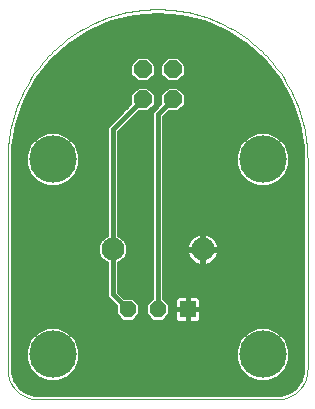
<source format=gbl>
G75*
%MOIN*%
%OFA0B0*%
%FSLAX25Y25*%
%IPPOS*%
%LPD*%
%AMOC8*
5,1,8,0,0,1.08239X$1,22.5*
%
%ADD10OC8,0.06000*%
%ADD11OC8,0.05600*%
%ADD12R,0.05600X0.05600*%
%ADD13C,0.00000*%
%ADD14C,0.15811*%
%ADD15C,0.07600*%
%ADD16C,0.01600*%
D10*
X0051800Y0124006D03*
X0051800Y0134006D03*
X0061800Y0134006D03*
X0061800Y0124006D03*
D11*
X0056800Y0054006D03*
X0046800Y0054006D03*
D12*
X0066800Y0054006D03*
D13*
X0096800Y0024006D02*
X0016800Y0024006D01*
X0016558Y0024009D01*
X0016317Y0024018D01*
X0016076Y0024032D01*
X0015835Y0024053D01*
X0015595Y0024079D01*
X0015355Y0024111D01*
X0015116Y0024149D01*
X0014879Y0024192D01*
X0014642Y0024242D01*
X0014407Y0024297D01*
X0014173Y0024357D01*
X0013941Y0024424D01*
X0013710Y0024495D01*
X0013481Y0024573D01*
X0013254Y0024656D01*
X0013029Y0024744D01*
X0012806Y0024838D01*
X0012586Y0024937D01*
X0012368Y0025042D01*
X0012153Y0025151D01*
X0011940Y0025266D01*
X0011730Y0025386D01*
X0011524Y0025511D01*
X0011320Y0025641D01*
X0011119Y0025776D01*
X0010922Y0025916D01*
X0010728Y0026060D01*
X0010538Y0026209D01*
X0010352Y0026363D01*
X0010169Y0026521D01*
X0009990Y0026683D01*
X0009815Y0026850D01*
X0009644Y0027021D01*
X0009477Y0027196D01*
X0009315Y0027375D01*
X0009157Y0027558D01*
X0009003Y0027744D01*
X0008854Y0027934D01*
X0008710Y0028128D01*
X0008570Y0028325D01*
X0008435Y0028526D01*
X0008305Y0028730D01*
X0008180Y0028936D01*
X0008060Y0029146D01*
X0007945Y0029359D01*
X0007836Y0029574D01*
X0007731Y0029792D01*
X0007632Y0030012D01*
X0007538Y0030235D01*
X0007450Y0030460D01*
X0007367Y0030687D01*
X0007289Y0030916D01*
X0007218Y0031147D01*
X0007151Y0031379D01*
X0007091Y0031613D01*
X0007036Y0031848D01*
X0006986Y0032085D01*
X0006943Y0032322D01*
X0006905Y0032561D01*
X0006873Y0032801D01*
X0006847Y0033041D01*
X0006826Y0033282D01*
X0006812Y0033523D01*
X0006803Y0033764D01*
X0006800Y0034006D01*
X0006800Y0104006D01*
X0006815Y0105224D01*
X0006859Y0106440D01*
X0006933Y0107656D01*
X0007037Y0108869D01*
X0007170Y0110079D01*
X0007333Y0111286D01*
X0007525Y0112488D01*
X0007746Y0113686D01*
X0007996Y0114878D01*
X0008275Y0116063D01*
X0008583Y0117241D01*
X0008920Y0118411D01*
X0009285Y0119573D01*
X0009678Y0120725D01*
X0010099Y0121868D01*
X0010548Y0122999D01*
X0011024Y0124120D01*
X0011528Y0125229D01*
X0012058Y0126325D01*
X0012615Y0127408D01*
X0013198Y0128477D01*
X0013806Y0129531D01*
X0014441Y0130571D01*
X0015100Y0131594D01*
X0015784Y0132602D01*
X0016493Y0133592D01*
X0017225Y0134565D01*
X0017981Y0135519D01*
X0018760Y0136455D01*
X0019561Y0137372D01*
X0020385Y0138269D01*
X0021230Y0139145D01*
X0022096Y0140001D01*
X0022983Y0140836D01*
X0023890Y0141648D01*
X0024816Y0142438D01*
X0025762Y0143206D01*
X0026725Y0143950D01*
X0027707Y0144670D01*
X0028706Y0145367D01*
X0029721Y0146039D01*
X0030753Y0146686D01*
X0031800Y0147307D01*
X0032862Y0147903D01*
X0033938Y0148473D01*
X0035027Y0149017D01*
X0036130Y0149533D01*
X0037245Y0150023D01*
X0038371Y0150486D01*
X0039508Y0150921D01*
X0040656Y0151328D01*
X0041813Y0151707D01*
X0042979Y0152058D01*
X0044153Y0152380D01*
X0045335Y0152674D01*
X0046524Y0152939D01*
X0047718Y0153174D01*
X0048918Y0153381D01*
X0050123Y0153558D01*
X0051331Y0153706D01*
X0052543Y0153824D01*
X0053758Y0153913D01*
X0054974Y0153973D01*
X0056191Y0154002D01*
X0057409Y0154002D01*
X0058626Y0153973D01*
X0059842Y0153913D01*
X0061057Y0153824D01*
X0062269Y0153706D01*
X0063477Y0153558D01*
X0064682Y0153381D01*
X0065882Y0153174D01*
X0067076Y0152939D01*
X0068265Y0152674D01*
X0069447Y0152380D01*
X0070621Y0152058D01*
X0071787Y0151707D01*
X0072944Y0151328D01*
X0074092Y0150921D01*
X0075229Y0150486D01*
X0076355Y0150023D01*
X0077470Y0149533D01*
X0078573Y0149017D01*
X0079662Y0148473D01*
X0080738Y0147903D01*
X0081800Y0147307D01*
X0082847Y0146686D01*
X0083879Y0146039D01*
X0084894Y0145367D01*
X0085893Y0144670D01*
X0086875Y0143950D01*
X0087838Y0143206D01*
X0088784Y0142438D01*
X0089710Y0141648D01*
X0090617Y0140836D01*
X0091504Y0140001D01*
X0092370Y0139145D01*
X0093215Y0138269D01*
X0094039Y0137372D01*
X0094840Y0136455D01*
X0095619Y0135519D01*
X0096375Y0134565D01*
X0097107Y0133592D01*
X0097816Y0132602D01*
X0098500Y0131594D01*
X0099159Y0130571D01*
X0099794Y0129531D01*
X0100402Y0128477D01*
X0100985Y0127408D01*
X0101542Y0126325D01*
X0102072Y0125229D01*
X0102576Y0124120D01*
X0103052Y0122999D01*
X0103501Y0121868D01*
X0103922Y0120725D01*
X0104315Y0119573D01*
X0104680Y0118411D01*
X0105017Y0117241D01*
X0105325Y0116063D01*
X0105604Y0114878D01*
X0105854Y0113686D01*
X0106075Y0112488D01*
X0106267Y0111286D01*
X0106430Y0110079D01*
X0106563Y0108869D01*
X0106667Y0107656D01*
X0106741Y0106440D01*
X0106785Y0105224D01*
X0106800Y0104006D01*
X0106800Y0034006D01*
X0106797Y0033764D01*
X0106788Y0033523D01*
X0106774Y0033282D01*
X0106753Y0033041D01*
X0106727Y0032801D01*
X0106695Y0032561D01*
X0106657Y0032322D01*
X0106614Y0032085D01*
X0106564Y0031848D01*
X0106509Y0031613D01*
X0106449Y0031379D01*
X0106382Y0031147D01*
X0106311Y0030916D01*
X0106233Y0030687D01*
X0106150Y0030460D01*
X0106062Y0030235D01*
X0105968Y0030012D01*
X0105869Y0029792D01*
X0105764Y0029574D01*
X0105655Y0029359D01*
X0105540Y0029146D01*
X0105420Y0028936D01*
X0105295Y0028730D01*
X0105165Y0028526D01*
X0105030Y0028325D01*
X0104890Y0028128D01*
X0104746Y0027934D01*
X0104597Y0027744D01*
X0104443Y0027558D01*
X0104285Y0027375D01*
X0104123Y0027196D01*
X0103956Y0027021D01*
X0103785Y0026850D01*
X0103610Y0026683D01*
X0103431Y0026521D01*
X0103248Y0026363D01*
X0103062Y0026209D01*
X0102872Y0026060D01*
X0102678Y0025916D01*
X0102481Y0025776D01*
X0102280Y0025641D01*
X0102076Y0025511D01*
X0101870Y0025386D01*
X0101660Y0025266D01*
X0101447Y0025151D01*
X0101232Y0025042D01*
X0101014Y0024937D01*
X0100794Y0024838D01*
X0100571Y0024744D01*
X0100346Y0024656D01*
X0100119Y0024573D01*
X0099890Y0024495D01*
X0099659Y0024424D01*
X0099427Y0024357D01*
X0099193Y0024297D01*
X0098958Y0024242D01*
X0098721Y0024192D01*
X0098484Y0024149D01*
X0098245Y0024111D01*
X0098005Y0024079D01*
X0097765Y0024053D01*
X0097524Y0024032D01*
X0097283Y0024018D01*
X0097042Y0024009D01*
X0096800Y0024006D01*
D14*
X0091800Y0039006D03*
X0091800Y0104006D03*
X0021800Y0104006D03*
X0021800Y0039006D03*
D15*
X0041800Y0074006D03*
X0071800Y0074006D03*
D16*
X0071886Y0074092D02*
X0077400Y0074092D01*
X0077400Y0074447D01*
X0077262Y0075317D01*
X0076990Y0076156D01*
X0076590Y0076941D01*
X0076071Y0077654D01*
X0075448Y0078277D01*
X0074735Y0078795D01*
X0073950Y0079196D01*
X0073111Y0079468D01*
X0072241Y0079606D01*
X0071886Y0079606D01*
X0071886Y0074092D01*
X0071714Y0074092D01*
X0071714Y0079606D01*
X0071359Y0079606D01*
X0070489Y0079468D01*
X0069650Y0079196D01*
X0068865Y0078795D01*
X0068152Y0078277D01*
X0067529Y0077654D01*
X0067010Y0076941D01*
X0066610Y0076156D01*
X0066338Y0075317D01*
X0066200Y0074447D01*
X0066200Y0074092D01*
X0071714Y0074092D01*
X0071714Y0073920D01*
X0066200Y0073920D01*
X0066200Y0073565D01*
X0066338Y0072695D01*
X0066610Y0071856D01*
X0067010Y0071071D01*
X0067529Y0070358D01*
X0068152Y0069734D01*
X0068865Y0069216D01*
X0069650Y0068816D01*
X0070489Y0068544D01*
X0071359Y0068406D01*
X0071714Y0068406D01*
X0071714Y0073920D01*
X0071886Y0073920D01*
X0071886Y0074092D01*
X0071886Y0073920D02*
X0077400Y0073920D01*
X0077400Y0073565D01*
X0077262Y0072695D01*
X0076990Y0071856D01*
X0076590Y0071071D01*
X0076071Y0070358D01*
X0075448Y0069734D01*
X0074735Y0069216D01*
X0073950Y0068816D01*
X0073111Y0068544D01*
X0072241Y0068406D01*
X0071886Y0068406D01*
X0071886Y0073920D01*
X0071886Y0073560D02*
X0071714Y0073560D01*
X0071714Y0075158D02*
X0071886Y0075158D01*
X0071886Y0076757D02*
X0071714Y0076757D01*
X0071714Y0078355D02*
X0071886Y0078355D01*
X0075341Y0078355D02*
X0105000Y0078355D01*
X0105000Y0076757D02*
X0076683Y0076757D01*
X0077287Y0075158D02*
X0105000Y0075158D01*
X0105000Y0073560D02*
X0077399Y0073560D01*
X0077024Y0071961D02*
X0105000Y0071961D01*
X0105000Y0070363D02*
X0076075Y0070363D01*
X0073790Y0068764D02*
X0105000Y0068764D01*
X0105000Y0067166D02*
X0059000Y0067166D01*
X0059000Y0068764D02*
X0069810Y0068764D01*
X0071714Y0068764D02*
X0071886Y0068764D01*
X0071886Y0070363D02*
X0071714Y0070363D01*
X0071714Y0071961D02*
X0071886Y0071961D01*
X0067525Y0070363D02*
X0059000Y0070363D01*
X0059000Y0071961D02*
X0066576Y0071961D01*
X0066201Y0073560D02*
X0059000Y0073560D01*
X0059000Y0075158D02*
X0066313Y0075158D01*
X0066917Y0076757D02*
X0059000Y0076757D01*
X0059000Y0078355D02*
X0068259Y0078355D01*
X0059000Y0079954D02*
X0105000Y0079954D01*
X0105000Y0081552D02*
X0059000Y0081552D01*
X0059000Y0083151D02*
X0105000Y0083151D01*
X0105000Y0084749D02*
X0059000Y0084749D01*
X0059000Y0086348D02*
X0105000Y0086348D01*
X0105000Y0087946D02*
X0059000Y0087946D01*
X0059000Y0089545D02*
X0105000Y0089545D01*
X0105000Y0091143D02*
X0059000Y0091143D01*
X0059000Y0092742D02*
X0105000Y0092742D01*
X0105000Y0094340D02*
X0059000Y0094340D01*
X0059000Y0095939D02*
X0086959Y0095939D01*
X0086529Y0096117D02*
X0089949Y0094700D01*
X0093651Y0094700D01*
X0097071Y0096117D01*
X0099689Y0098735D01*
X0101105Y0102155D01*
X0101105Y0105857D01*
X0099689Y0109277D01*
X0097071Y0111895D01*
X0093651Y0113311D01*
X0089949Y0113311D01*
X0086529Y0111895D01*
X0083911Y0109277D01*
X0082494Y0105857D01*
X0082494Y0102155D01*
X0083911Y0098735D01*
X0086529Y0096117D01*
X0085109Y0097537D02*
X0059000Y0097537D01*
X0059000Y0099136D02*
X0083745Y0099136D01*
X0083083Y0100734D02*
X0059000Y0100734D01*
X0059000Y0102333D02*
X0082494Y0102333D01*
X0082494Y0103931D02*
X0059000Y0103931D01*
X0059000Y0105530D02*
X0082494Y0105530D01*
X0083021Y0107128D02*
X0059000Y0107128D01*
X0059000Y0108727D02*
X0083683Y0108727D01*
X0084960Y0110326D02*
X0059000Y0110326D01*
X0059000Y0111924D02*
X0086600Y0111924D01*
X0097000Y0111924D02*
X0104178Y0111924D01*
X0103912Y0113523D02*
X0059000Y0113523D01*
X0059000Y0115121D02*
X0103645Y0115121D01*
X0103525Y0115838D02*
X0104835Y0107986D01*
X0105000Y0104006D01*
X0105000Y0034006D01*
X0104899Y0032723D01*
X0104106Y0030283D01*
X0102598Y0028208D01*
X0100523Y0026700D01*
X0098083Y0025907D01*
X0096800Y0025806D01*
X0016800Y0025806D01*
X0015517Y0025907D01*
X0013077Y0026700D01*
X0011002Y0028208D01*
X0009494Y0030283D01*
X0008701Y0032723D01*
X0008600Y0034006D01*
X0008600Y0104006D01*
X0008765Y0107986D01*
X0010075Y0115838D01*
X0012660Y0123368D01*
X0016449Y0130369D01*
X0021338Y0136651D01*
X0027195Y0142042D01*
X0033859Y0146397D01*
X0041149Y0149594D01*
X0048867Y0151549D01*
X0056800Y0152206D01*
X0064733Y0151549D01*
X0072451Y0149594D01*
X0079741Y0146397D01*
X0086405Y0142042D01*
X0092262Y0136651D01*
X0097151Y0130369D01*
X0100940Y0123368D01*
X0103525Y0115838D01*
X0103223Y0116720D02*
X0059000Y0116720D01*
X0059000Y0118095D02*
X0060511Y0119606D01*
X0063623Y0119606D01*
X0066200Y0122183D01*
X0066200Y0125828D01*
X0063623Y0128406D01*
X0059977Y0128406D01*
X0057400Y0125828D01*
X0057400Y0122717D01*
X0054600Y0119917D01*
X0054600Y0057746D01*
X0052600Y0055746D01*
X0052600Y0052266D01*
X0055060Y0049806D01*
X0058540Y0049806D01*
X0061000Y0052266D01*
X0061000Y0055746D01*
X0059000Y0057746D01*
X0059000Y0118095D01*
X0059223Y0118318D02*
X0102674Y0118318D01*
X0102125Y0119917D02*
X0063933Y0119917D01*
X0065532Y0121515D02*
X0101576Y0121515D01*
X0101027Y0123114D02*
X0066200Y0123114D01*
X0066200Y0124712D02*
X0100213Y0124712D01*
X0099348Y0126311D02*
X0065718Y0126311D01*
X0064119Y0127909D02*
X0098483Y0127909D01*
X0097617Y0129508D02*
X0015983Y0129508D01*
X0015117Y0127909D02*
X0049481Y0127909D01*
X0049977Y0128406D02*
X0047400Y0125828D01*
X0047400Y0122717D01*
X0040889Y0116206D01*
X0039600Y0114917D01*
X0039600Y0078723D01*
X0038854Y0078414D01*
X0037392Y0076951D01*
X0036600Y0075040D01*
X0036600Y0072972D01*
X0037392Y0071060D01*
X0038854Y0069598D01*
X0039600Y0069289D01*
X0039600Y0058095D01*
X0042600Y0055095D01*
X0042600Y0052266D01*
X0045060Y0049806D01*
X0048540Y0049806D01*
X0051000Y0052266D01*
X0051000Y0055746D01*
X0048540Y0058206D01*
X0045711Y0058206D01*
X0044000Y0059917D01*
X0044000Y0069289D01*
X0044746Y0069598D01*
X0046208Y0071060D01*
X0047000Y0072972D01*
X0047000Y0075040D01*
X0046208Y0076951D01*
X0044746Y0078414D01*
X0044000Y0078723D01*
X0044000Y0113095D01*
X0050511Y0119606D01*
X0053623Y0119606D01*
X0056200Y0122183D01*
X0056200Y0125828D01*
X0053623Y0128406D01*
X0049977Y0128406D01*
X0049977Y0129606D02*
X0053623Y0129606D01*
X0056200Y0132183D01*
X0056200Y0135828D01*
X0053623Y0138406D01*
X0049977Y0138406D01*
X0047400Y0135828D01*
X0047400Y0132183D01*
X0049977Y0129606D01*
X0048477Y0131106D02*
X0017022Y0131106D01*
X0018267Y0132705D02*
X0047400Y0132705D01*
X0047400Y0134303D02*
X0019511Y0134303D01*
X0020755Y0135902D02*
X0047473Y0135902D01*
X0049072Y0137500D02*
X0022261Y0137500D01*
X0023997Y0139099D02*
X0089603Y0139099D01*
X0087866Y0140697D02*
X0025734Y0140697D01*
X0027583Y0142296D02*
X0086017Y0142296D01*
X0083571Y0143894D02*
X0030029Y0143894D01*
X0032476Y0145493D02*
X0081124Y0145493D01*
X0078157Y0147091D02*
X0035443Y0147091D01*
X0039087Y0148690D02*
X0074513Y0148690D01*
X0069710Y0150288D02*
X0043890Y0150288D01*
X0052949Y0151887D02*
X0060651Y0151887D01*
X0059977Y0138406D02*
X0057400Y0135828D01*
X0057400Y0132183D01*
X0059977Y0129606D01*
X0063623Y0129606D01*
X0066200Y0132183D01*
X0066200Y0135828D01*
X0063623Y0138406D01*
X0059977Y0138406D01*
X0059072Y0137500D02*
X0054528Y0137500D01*
X0056127Y0135902D02*
X0057473Y0135902D01*
X0057400Y0134303D02*
X0056200Y0134303D01*
X0056200Y0132705D02*
X0057400Y0132705D01*
X0058477Y0131106D02*
X0055123Y0131106D01*
X0054119Y0127909D02*
X0059481Y0127909D01*
X0057882Y0126311D02*
X0055718Y0126311D01*
X0056200Y0124712D02*
X0057400Y0124712D01*
X0057400Y0123114D02*
X0056200Y0123114D01*
X0056198Y0121515D02*
X0055532Y0121515D01*
X0054600Y0119917D02*
X0053933Y0119917D01*
X0054600Y0118318D02*
X0049223Y0118318D01*
X0047625Y0116720D02*
X0054600Y0116720D01*
X0054600Y0115121D02*
X0046026Y0115121D01*
X0044428Y0113523D02*
X0054600Y0113523D01*
X0054600Y0111924D02*
X0044000Y0111924D01*
X0044000Y0110326D02*
X0054600Y0110326D01*
X0054600Y0108727D02*
X0044000Y0108727D01*
X0044000Y0107128D02*
X0054600Y0107128D01*
X0054600Y0105530D02*
X0044000Y0105530D01*
X0044000Y0103931D02*
X0054600Y0103931D01*
X0054600Y0102333D02*
X0044000Y0102333D01*
X0044000Y0100734D02*
X0054600Y0100734D01*
X0054600Y0099136D02*
X0044000Y0099136D01*
X0044000Y0097537D02*
X0054600Y0097537D01*
X0054600Y0095939D02*
X0044000Y0095939D01*
X0044000Y0094340D02*
X0054600Y0094340D01*
X0054600Y0092742D02*
X0044000Y0092742D01*
X0044000Y0091143D02*
X0054600Y0091143D01*
X0054600Y0089545D02*
X0044000Y0089545D01*
X0044000Y0087946D02*
X0054600Y0087946D01*
X0054600Y0086348D02*
X0044000Y0086348D01*
X0044000Y0084749D02*
X0054600Y0084749D01*
X0054600Y0083151D02*
X0044000Y0083151D01*
X0044000Y0081552D02*
X0054600Y0081552D01*
X0054600Y0079954D02*
X0044000Y0079954D01*
X0044805Y0078355D02*
X0054600Y0078355D01*
X0054600Y0076757D02*
X0046289Y0076757D01*
X0046951Y0075158D02*
X0054600Y0075158D01*
X0054600Y0073560D02*
X0047000Y0073560D01*
X0046581Y0071961D02*
X0054600Y0071961D01*
X0054600Y0070363D02*
X0045511Y0070363D01*
X0044000Y0068764D02*
X0054600Y0068764D01*
X0054600Y0067166D02*
X0044000Y0067166D01*
X0044000Y0065567D02*
X0054600Y0065567D01*
X0054600Y0063969D02*
X0044000Y0063969D01*
X0044000Y0062370D02*
X0054600Y0062370D01*
X0054600Y0060772D02*
X0044000Y0060772D01*
X0044744Y0059173D02*
X0054600Y0059173D01*
X0054429Y0057575D02*
X0049171Y0057575D01*
X0050769Y0055976D02*
X0052831Y0055976D01*
X0052600Y0054378D02*
X0051000Y0054378D01*
X0051000Y0052779D02*
X0052600Y0052779D01*
X0053686Y0051181D02*
X0049914Y0051181D01*
X0046800Y0054006D02*
X0041800Y0059006D01*
X0041800Y0074006D01*
X0041800Y0114006D01*
X0051800Y0124006D01*
X0047882Y0126311D02*
X0014252Y0126311D01*
X0013387Y0124712D02*
X0047400Y0124712D01*
X0047400Y0123114D02*
X0012573Y0123114D01*
X0012024Y0121515D02*
X0046198Y0121515D01*
X0044599Y0119917D02*
X0011475Y0119917D01*
X0010926Y0118318D02*
X0043001Y0118318D01*
X0041402Y0116720D02*
X0010377Y0116720D01*
X0009955Y0115121D02*
X0039804Y0115121D01*
X0039600Y0113523D02*
X0009688Y0113523D01*
X0009422Y0111924D02*
X0016600Y0111924D01*
X0016529Y0111895D02*
X0013911Y0109277D01*
X0012494Y0105857D01*
X0012494Y0102155D01*
X0013911Y0098735D01*
X0016529Y0096117D01*
X0019949Y0094700D01*
X0023651Y0094700D01*
X0027071Y0096117D01*
X0029689Y0098735D01*
X0031105Y0102155D01*
X0031105Y0105857D01*
X0029689Y0109277D01*
X0027071Y0111895D01*
X0023651Y0113311D01*
X0019949Y0113311D01*
X0016529Y0111895D01*
X0014960Y0110326D02*
X0009155Y0110326D01*
X0008888Y0108727D02*
X0013683Y0108727D01*
X0013021Y0107128D02*
X0008729Y0107128D01*
X0008663Y0105530D02*
X0012494Y0105530D01*
X0012494Y0103931D02*
X0008600Y0103931D01*
X0008600Y0102333D02*
X0012494Y0102333D01*
X0013083Y0100734D02*
X0008600Y0100734D01*
X0008600Y0099136D02*
X0013745Y0099136D01*
X0015109Y0097537D02*
X0008600Y0097537D01*
X0008600Y0095939D02*
X0016959Y0095939D01*
X0008600Y0094340D02*
X0039600Y0094340D01*
X0039600Y0092742D02*
X0008600Y0092742D01*
X0008600Y0091143D02*
X0039600Y0091143D01*
X0039600Y0089545D02*
X0008600Y0089545D01*
X0008600Y0087946D02*
X0039600Y0087946D01*
X0039600Y0086348D02*
X0008600Y0086348D01*
X0008600Y0084749D02*
X0039600Y0084749D01*
X0039600Y0083151D02*
X0008600Y0083151D01*
X0008600Y0081552D02*
X0039600Y0081552D01*
X0039600Y0079954D02*
X0008600Y0079954D01*
X0008600Y0078355D02*
X0038795Y0078355D01*
X0037311Y0076757D02*
X0008600Y0076757D01*
X0008600Y0075158D02*
X0036649Y0075158D01*
X0036600Y0073560D02*
X0008600Y0073560D01*
X0008600Y0071961D02*
X0037018Y0071961D01*
X0038089Y0070363D02*
X0008600Y0070363D01*
X0008600Y0068764D02*
X0039600Y0068764D01*
X0039600Y0067166D02*
X0008600Y0067166D01*
X0008600Y0065567D02*
X0039600Y0065567D01*
X0039600Y0063969D02*
X0008600Y0063969D01*
X0008600Y0062370D02*
X0039600Y0062370D01*
X0039600Y0060772D02*
X0008600Y0060772D01*
X0008600Y0059173D02*
X0039600Y0059173D01*
X0040120Y0057575D02*
X0008600Y0057575D01*
X0008600Y0055976D02*
X0041718Y0055976D01*
X0042600Y0054378D02*
X0008600Y0054378D01*
X0008600Y0052779D02*
X0042600Y0052779D01*
X0043686Y0051181D02*
X0008600Y0051181D01*
X0008600Y0049582D02*
X0063213Y0049582D01*
X0063305Y0049529D02*
X0063763Y0049406D01*
X0066800Y0049406D01*
X0069837Y0049406D01*
X0070295Y0049529D01*
X0070705Y0049766D01*
X0071040Y0050101D01*
X0071277Y0050511D01*
X0071400Y0050969D01*
X0071400Y0054006D01*
X0071400Y0057043D01*
X0071277Y0057501D01*
X0071040Y0057911D01*
X0070705Y0058246D01*
X0070295Y0058483D01*
X0069837Y0058606D01*
X0066800Y0058606D01*
X0066800Y0054006D01*
X0066800Y0054006D01*
X0066800Y0058606D01*
X0063763Y0058606D01*
X0063305Y0058483D01*
X0062895Y0058246D01*
X0062560Y0057911D01*
X0062323Y0057501D01*
X0062200Y0057043D01*
X0062200Y0054006D01*
X0066800Y0054006D01*
X0071400Y0054006D01*
X0066800Y0054006D01*
X0066800Y0054006D01*
X0066800Y0054006D01*
X0062200Y0054006D01*
X0062200Y0050969D01*
X0062323Y0050511D01*
X0062560Y0050101D01*
X0062895Y0049766D01*
X0063305Y0049529D01*
X0062200Y0051181D02*
X0059914Y0051181D01*
X0061000Y0052779D02*
X0062200Y0052779D01*
X0062200Y0054378D02*
X0061000Y0054378D01*
X0060769Y0055976D02*
X0062200Y0055976D01*
X0062365Y0057575D02*
X0059171Y0057575D01*
X0059000Y0059173D02*
X0105000Y0059173D01*
X0105000Y0057575D02*
X0071235Y0057575D01*
X0071400Y0055976D02*
X0105000Y0055976D01*
X0105000Y0054378D02*
X0071400Y0054378D01*
X0071400Y0052779D02*
X0105000Y0052779D01*
X0105000Y0051181D02*
X0071400Y0051181D01*
X0070387Y0049582D02*
X0105000Y0049582D01*
X0105000Y0047984D02*
X0094442Y0047984D01*
X0093651Y0048311D02*
X0089949Y0048311D01*
X0086529Y0046895D01*
X0083911Y0044277D01*
X0082494Y0040857D01*
X0082494Y0037155D01*
X0083911Y0033735D01*
X0086529Y0031117D01*
X0089949Y0029700D01*
X0093651Y0029700D01*
X0097071Y0031117D01*
X0099689Y0033735D01*
X0101105Y0037155D01*
X0101105Y0040857D01*
X0099689Y0044277D01*
X0097071Y0046895D01*
X0093651Y0048311D01*
X0097581Y0046385D02*
X0105000Y0046385D01*
X0105000Y0044787D02*
X0099179Y0044787D01*
X0100140Y0043188D02*
X0105000Y0043188D01*
X0105000Y0041590D02*
X0100802Y0041590D01*
X0101105Y0039991D02*
X0105000Y0039991D01*
X0105000Y0038393D02*
X0101105Y0038393D01*
X0100956Y0036794D02*
X0105000Y0036794D01*
X0105000Y0035195D02*
X0100294Y0035195D01*
X0099551Y0033597D02*
X0104968Y0033597D01*
X0104664Y0031998D02*
X0097953Y0031998D01*
X0095340Y0030400D02*
X0104144Y0030400D01*
X0103030Y0028801D02*
X0010570Y0028801D01*
X0009456Y0030400D02*
X0018260Y0030400D01*
X0019949Y0029700D02*
X0023651Y0029700D01*
X0027071Y0031117D01*
X0029689Y0033735D01*
X0031105Y0037155D01*
X0031105Y0040857D01*
X0029689Y0044277D01*
X0027071Y0046895D01*
X0023651Y0048311D01*
X0019949Y0048311D01*
X0016529Y0046895D01*
X0013911Y0044277D01*
X0012494Y0040857D01*
X0012494Y0037155D01*
X0013911Y0033735D01*
X0016529Y0031117D01*
X0019949Y0029700D01*
X0015647Y0031998D02*
X0008936Y0031998D01*
X0008632Y0033597D02*
X0014049Y0033597D01*
X0013306Y0035195D02*
X0008600Y0035195D01*
X0008600Y0036794D02*
X0012644Y0036794D01*
X0012494Y0038393D02*
X0008600Y0038393D01*
X0008600Y0039991D02*
X0012494Y0039991D01*
X0012798Y0041590D02*
X0008600Y0041590D01*
X0008600Y0043188D02*
X0013460Y0043188D01*
X0014421Y0044787D02*
X0008600Y0044787D01*
X0008600Y0046385D02*
X0016019Y0046385D01*
X0019158Y0047984D02*
X0008600Y0047984D01*
X0012385Y0027203D02*
X0101215Y0027203D01*
X0088260Y0030400D02*
X0025340Y0030400D01*
X0027953Y0031998D02*
X0085647Y0031998D01*
X0084049Y0033597D02*
X0029551Y0033597D01*
X0030294Y0035195D02*
X0083306Y0035195D01*
X0082644Y0036794D02*
X0030956Y0036794D01*
X0031105Y0038393D02*
X0082494Y0038393D01*
X0082494Y0039991D02*
X0031105Y0039991D01*
X0030802Y0041590D02*
X0082798Y0041590D01*
X0083460Y0043188D02*
X0030140Y0043188D01*
X0029179Y0044787D02*
X0084421Y0044787D01*
X0086019Y0046385D02*
X0027581Y0046385D01*
X0024442Y0047984D02*
X0089158Y0047984D01*
X0105000Y0060772D02*
X0059000Y0060772D01*
X0059000Y0062370D02*
X0105000Y0062370D01*
X0105000Y0063969D02*
X0059000Y0063969D01*
X0059000Y0065567D02*
X0105000Y0065567D01*
X0105000Y0095939D02*
X0096641Y0095939D01*
X0098491Y0097537D02*
X0105000Y0097537D01*
X0105000Y0099136D02*
X0099855Y0099136D01*
X0100517Y0100734D02*
X0105000Y0100734D01*
X0105000Y0102333D02*
X0101105Y0102333D01*
X0101105Y0103931D02*
X0105000Y0103931D01*
X0104937Y0105530D02*
X0101105Y0105530D01*
X0100579Y0107128D02*
X0104871Y0107128D01*
X0104712Y0108727D02*
X0099917Y0108727D01*
X0098640Y0110326D02*
X0104445Y0110326D01*
X0096578Y0131106D02*
X0065123Y0131106D01*
X0066200Y0132705D02*
X0095333Y0132705D01*
X0094089Y0134303D02*
X0066200Y0134303D01*
X0066127Y0135902D02*
X0092845Y0135902D01*
X0091339Y0137500D02*
X0064528Y0137500D01*
X0061800Y0124006D02*
X0056800Y0119006D01*
X0056800Y0054006D01*
X0066800Y0054006D02*
X0066800Y0049406D01*
X0066800Y0054006D01*
X0066800Y0054006D01*
X0066800Y0054378D02*
X0066800Y0054378D01*
X0066800Y0055976D02*
X0066800Y0055976D01*
X0066800Y0057575D02*
X0066800Y0057575D01*
X0066800Y0052779D02*
X0066800Y0052779D01*
X0066800Y0051181D02*
X0066800Y0051181D01*
X0066800Y0049582D02*
X0066800Y0049582D01*
X0039600Y0095939D02*
X0026641Y0095939D01*
X0028491Y0097537D02*
X0039600Y0097537D01*
X0039600Y0099136D02*
X0029855Y0099136D01*
X0030517Y0100734D02*
X0039600Y0100734D01*
X0039600Y0102333D02*
X0031105Y0102333D01*
X0031105Y0103931D02*
X0039600Y0103931D01*
X0039600Y0105530D02*
X0031105Y0105530D01*
X0030579Y0107128D02*
X0039600Y0107128D01*
X0039600Y0108727D02*
X0029917Y0108727D01*
X0028640Y0110326D02*
X0039600Y0110326D01*
X0039600Y0111924D02*
X0027000Y0111924D01*
M02*

</source>
